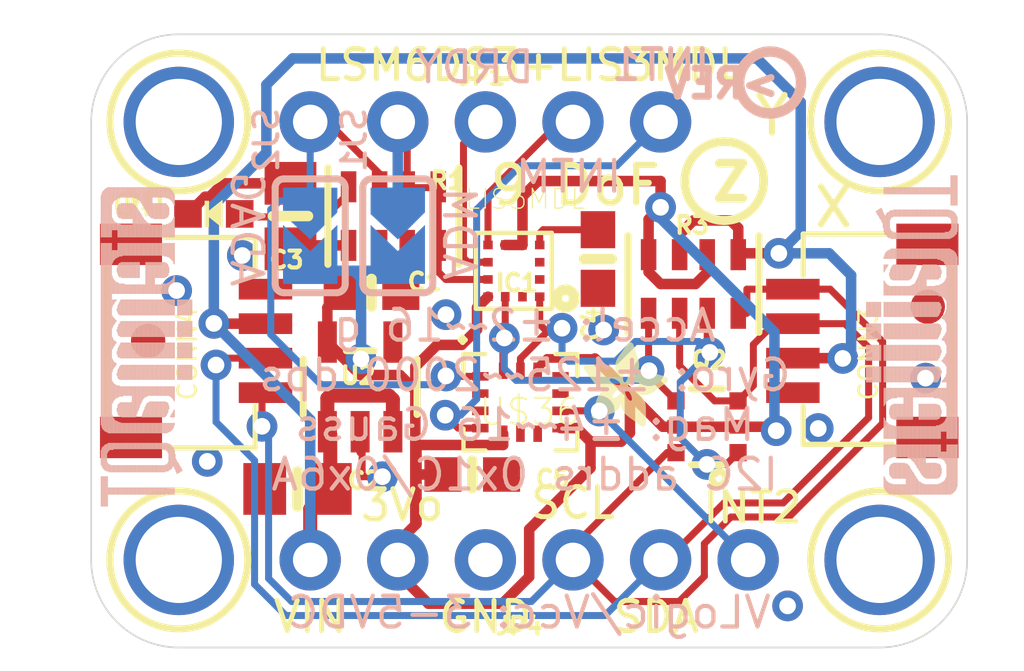
<source format=kicad_pcb>
(kicad_pcb (version 20211014) (generator pcbnew)
  (layers (0 "F.Cu" signal) (31 "B.Cu" signal) (34 "B.Paste" user) (35 "F.Paste" user) (36 "B.SilkS" user "B.Silkscreen") (37 "F.SilkS" user "F.Silkscreen") (38 "B.Mask" user) (39 "F.Mask" user) (44 "Edge.Cuts" user))
  (net 0 "")
  (net 1 "GND")
  (net 2 "3.3V")
  (net 3 "VCC")
  (net 4 "N$1")
  (net 5 "SDA_3V")
  (net 6 "SCL_3V")
  (net 7 "SCL")
  (net 8 "SDA")
  (net 9 "INTM")
  (net 10 "DRDY")
  (net 11 "CAP")
  (net 12 "INT1")
  (net 13 "ADM")
  (net 14 "ADAG")
  (net 15 "INT2")
  (footprint "LIS3MDL + LSM6DS3 rev A:0603-NO" (layer "F.Cu") (at 150.495 102.6287 -90)
    (fp_text reference "C4" (at 1.3335 0.1905 90) (layer "F.SilkS") (effects (font (size 0.489631 0.489631) (thickness 0.119969)) (justify right)))
    (fp_text value "0.1uF")
    (pad "1" smd rect (at -0.85 0 270) (size 1.075 1) (layers "F.Cu" "F.Paste" "F.Mask") (net 11 "CAP"))
    (pad "2" smd rect (at 0.85 0 270) (size 1.075 1) (layers "F.Cu" "F.Paste" "F.Mask") (net 1 "GND"))
  )
  (footprint "LIS3MDL + LSM6DS3 rev A:1X05_ROUND_70" (layer "F.Cu") (at 147.2311 98.6536)
    (fp_text reference "JP1" (at -0.8382 -1.3208) (layer "F.SilkS") (effects (font (size 0.489631 0.489631) (thickness 0.119969)) (justify left)))
    (fp_text value "")
    (pad "1" thru_hole circle (at -5.08 0 90) (size 1.778 1.778) (drill 1) (layers *.Cu *.Mask) (net 14 "ADAG"))
    (pad "2" thru_hole circle (at -2.54 0 90) (size 1.778 1.778) (drill 1) (layers *.Cu *.Mask) (net 13 "ADM"))
    (pad "3" thru_hole circle (at 0 0 90) (size 1.778 1.778) (drill 1) (layers *.Cu *.Mask) (net 10 "DRDY"))
    (pad "4" thru_hole circle (at 2.54 0 90) (size 1.778 1.778) (drill 1) (layers *.Cu *.Mask) (net 9 "INTM"))
    (pad "5" thru_hole circle (at 5.08 0 90) (size 1.778 1.778) (drill 1) (layers *.Cu *.Mask) (net 12 "INT1"))
  )
  (footprint "LIS3MDL + LSM6DS3 rev A:ADAFRUIT_2.5MM" (layer "F.Cu") (at 150.0886 107.4801)
    (fp_text reference "U$20" hide)
    (fp_text value "" hide)
  )
  (footprint "LIS3MDL + LSM6DS3 rev A:SOT23-5" (layer "F.Cu") (at 143.5989 106.3371)
    (fp_text reference "U2" (at 0.5112 -0.3302) (layer "F.SilkS") (effects (font (size 0.489631 0.489631) (thickness 0.119969)) (justify right)))
    (fp_text value "AP2112K-3.3")
    (pad "1" smd rect (at -0.95 1.3001) (size 0.55 1.2) (layers "F.Cu" "F.Paste" "F.Mask") (net 3 "VCC"))
    (pad "2" smd rect (at 0 1.3001) (size 0.55 1.2) (layers "F.Cu" "F.Paste" "F.Mask") (net 1 "GND"))
    (pad "3" smd rect (at 0.95 1.3001) (size 0.55 1.2) (layers "F.Cu" "F.Paste" "F.Mask") (net 3 "VCC"))
    (pad "4" smd rect (at 0.95 -1.3001) (size 0.55 1.2) (layers "F.Cu" "F.Paste" "F.Mask"))
    (pad "5" smd rect (at -0.95 -1.3001) (size 0.55 1.2) (layers "F.Cu" "F.Paste" "F.Mask") (net 2 "3.3V"))
  )
  (footprint "LIS3MDL + LSM6DS3 rev A:MOUNTINGHOLE_2.5_PLATED" (layer "F.Cu") (at 138.3411 111.3536)
    (fp_text reference "U$19" hide)
    (fp_text value "MOUNTINGHOLE2.5" hide)
    (pad "P$1" thru_hole circle (at 0 0) (size 3.2 3.2) (drill 2.5) (layers *.Cu *.Mask))
  )
  (footprint "LIS3MDL + LSM6DS3 rev A:RESPACK_4X0603" (layer "F.Cu") (at 153.2636 103.3526 180)
    (fp_text reference "R3" (at -0.5205 1.702) (layer "F.SilkS") (effects (font (size 0.489631 0.489631) (thickness 0.119969)) (justify right)))
    (fp_text value "10K")
    (pad "1" smd rect (at -1.3 0.85 180) (size 0.45 0.9) (layers "F.Cu" "F.Paste" "F.Mask") (net 3 "VCC"))
    (pad "2" smd rect (at -0.4 0.85 180) (size 0.45 0.9) (layers "F.Cu" "F.Paste" "F.Mask") (net 2 "3.3V"))
    (pad "3" smd rect (at 0.4 0.85 180) (size 0.45 0.9) (layers "F.Cu" "F.Paste" "F.Mask") (net 3 "VCC"))
    (pad "4" smd rect (at 1.3 0.85 180) (size 0.45 0.9) (layers "F.Cu" "F.Paste" "F.Mask") (net 2 "3.3V"))
    (pad "5" smd rect (at 1.3 -0.85 180) (size 0.45 0.9) (layers "F.Cu" "F.Paste" "F.Mask") (net 5 "SDA_3V"))
    (pad "6" smd rect (at 0.4 -0.85 180) (size 0.45 0.9) (layers "F.Cu" "F.Paste" "F.Mask") (net 8 "SDA"))
    (pad "7" smd rect (at -0.4 -0.85 180) (size 0.45 0.9) (layers "F.Cu" "F.Paste" "F.Mask") (net 6 "SCL_3V"))
    (pad "8" smd rect (at -1.3 -0.85 180) (size 0.45 0.9) (layers "F.Cu" "F.Paste" "F.Mask") (net 7 "SCL"))
  )
  (footprint "LIS3MDL + LSM6DS3 rev A:0603-NO" (layer "F.Cu") (at 146.8501 108.8771)
    (fp_text reference "C5" (at 1.778 0.127) (layer "F.SilkS") (effects (font (size 0.489631 0.489631) (thickness 0.119969)) (justify left)))
    (fp_text value "1uF")
    (pad "1" smd rect (at -0.85 0) (size 1.075 1) (layers "F.Cu" "F.Paste" "F.Mask") (net 2 "3.3V"))
    (pad "2" smd rect (at 0.85 0) (size 1.075 1) (layers "F.Cu" "F.Paste" "F.Mask") (net 1 "GND"))
  )
  (footprint "LIS3MDL + LSM6DS3 rev A:FIDUCIAL_1MM" (layer "F.Cu") (at 160.0581 104.013)
    (fp_text reference "FID4" hide)
    (fp_text value "FIDUCIAL_1MM" hide)
    (pad "1" smd roundrect (at 0 0) (size 1 1) (layers "F.Cu" "F.Mask") (roundrect_rratio 0.5))
  )
  (footprint "LIS3MDL + LSM6DS3 rev A:0805-NO" (layer "F.Cu") (at 141.5796 101.3841 90)
    (fp_text reference "C3" (at -1.27 0.4445) (layer "F.SilkS") (effects (font (size 0.489631 0.489631) (thickness 0.119969)) (justify right)))
    (fp_text value "10uF")
    (pad "1" smd rect (at -0.95 0 90) (size 1.24 1.5) (layers "F.Cu" "F.Paste" "F.Mask") (net 2 "3.3V"))
    (pad "2" smd rect (at 0.95 0 90) (size 1.24 1.5) (layers "F.Cu" "F.Paste" "F.Mask") (net 1 "GND"))
  )
  (footprint "LIS3MDL + LSM6DS3 rev A:LGA-14L" (layer "F.Cu") (at 148.2471 106.7816)
    (fp_text reference "U$36" (at -1.238 0.278) (layer "F.SilkS") (effects (font (size 0.752978 0.752978) (thickness 0.059822)) (justify left)))
    (fp_text value "LSM6DS3")
    (fp_text user "." (at -2.159 -1.524) (layer "F.SilkS") (effects (font (size 1.63576 1.63576) (thickness 0.14224)) (justify left bottom)))
    (pad "1" smd rect (at -1.1625 -0.75) (size 0.475 0.25) (layers "F.Cu" "F.Paste" "F.Mask") (net 14 "ADAG"))
    (pad "2" smd rect (at -1.1625 -0.25) (size 0.475 0.25) (layers "F.Cu" "F.Paste" "F.Mask"))
    (pad "3" smd rect (at -1.1625 0.25) (size 0.475 0.25) (layers "F.Cu" "F.Paste" "F.Mask"))
    (pad "4" smd rect (at -1.1625 0.75) (size 0.475 0.25) (layers "F.Cu" "F.Paste" "F.Mask") (net 12 "INT1"))
    (pad "5" smd rect (at -0.5 0.9125 90) (size 0.475 0.25) (layers "F.Cu" "F.Paste" "F.Mask") (net 2 "3.3V"))
    (pad "6" smd rect (at 0 0.9125 90) (size 0.475 0.25) (layers "F.Cu" "F.Paste" "F.Mask") (net 1 "GND"))
    (pad "7" smd rect (at 0.5 0.9125 90) (size 0.475 0.25) (layers "F.Cu" "F.Paste" "F.Mask") (net 1 "GND"))
    (pad "8" smd rect (at 1.1625 0.75 180) (size 0.475 0.25) (layers "F.Cu" "F.Paste" "F.Mask") (net 2 "3.3V"))
    (pad "9" smd rect (at 1.1625 0.25 180) (size 0.475 0.25) (layers "F.Cu" "F.Paste" "F.Mask") (net 15 "INT2"))
    (pad "10" smd rect (at 1.1625 -0.25 180) (size 0.475 0.25) (layers "F.Cu" "F.Paste" "F.Mask"))
    (pad "11" smd rect (at 1.1625 -0.75 180) (size 0.475 0.25) (layers "F.Cu" "F.Paste" "F.Mask"))
    (pad "12" smd rect (at 0.5 -0.9125 270) (size 0.475 0.25) (layers "F.Cu" "F.Paste" "F.Mask") (net 2 "3.3V"))
    (pad "13" smd rect (at 0 -0.9125 270) (size 0.475 0.25) (layers "F.Cu" "F.Paste" "F.Mask") (net 6 "SCL_3V"))
    (pad "14" smd rect (at -0.5 -0.9125 270) (size 0.475 0.25) (layers "F.Cu" "F.Paste" "F.Mask") (net 5 "SDA_3V"))
  )
  (footprint "LIS3MDL + LSM6DS3 rev A:MOUNTINGHOLE_2.5_PLATED" (layer "F.Cu") (at 138.3411 98.6536)
    (fp_text reference "U$1" hide)
    (fp_text value "MOUNTINGHOLE2.5" hide)
    (pad "P$1" thru_hole circle (at 0 0) (size 3.2 3.2) (drill 2.5) (layers *.Cu *.Mask))
  )
  (footprint "LIS3MDL + LSM6DS3 rev A:FIDUCIAL_1MM" (layer "F.Cu") (at 137.4521 105.0036)
    (fp_text reference "FID3" hide)
    (fp_text value "FIDUCIAL_1MM" hide)
    (pad "1" smd roundrect (at 0 0) (size 1 1) (layers "F.Cu" "F.Mask") (roundrect_rratio 0.5))
  )
  (footprint "LIS3MDL + LSM6DS3 rev A:SOT363" (layer "F.Cu") (at 153.6573 107.4928 90)
    (fp_text reference "Q2" (at 1.9304 0.635) (layer "F.SilkS") (effects (font (size 0.489631 0.489631) (thickness 0.119969)) (justify right)))
    (fp_text value "BSS138")
    (pad "1" smd rect (at -0.75 0.9 90) (size 0.5 0.5) (layers "F.Cu" "F.Paste" "F.Mask") (net 6 "SCL_3V"))
    (pad "2" smd rect (at 0 0.9 90) (size 0.4 0.5) (layers "F.Cu" "F.Paste" "F.Mask") (net 2 "3.3V"))
    (pad "3" smd rect (at 0.75 0.9 90) (size 0.5 0.5) (layers "F.Cu" "F.Paste" "F.Mask") (net 8 "SDA"))
    (pad "4" smd rect (at 0.75 -0.9 90) (size 0.5 0.5) (layers "F.Cu" "F.Paste" "F.Mask") (net 5 "SDA_3V"))
    (pad "5" smd rect (at 0 -0.9 90) (size 0.4 0.5) (layers "F.Cu" "F.Paste" "F.Mask") (net 2 "3.3V"))
    (pad "6" smd rect (at -0.75 -0.9 90) (size 0.5 0.5) (layers "F.Cu" "F.Paste" "F.Mask") (net 7 "SCL"))
  )
  (footprint "LIS3MDL + LSM6DS3 rev A:LGA12_2X2MM" (layer "F.Cu") (at 148.0566 102.9716 180)
    (fp_text reference "IC1" (at 0.592 -0.351) (layer "F.SilkS") (effects (font (size 0.489631 0.489631) (thickness 0.119969)) (justify left)))
    (fp_text value "LIS3MDL" (at -2.116 2.081) (layer "F.SilkS") (effects (font (size 0.573024 0.573024) (thickness 0.036576)) (justify right)))
    (pad "1" smd rect (at -0.75 -0.75 180) (size 0.275 0.25) (layers "F.Cu" "F.Paste" "F.Mask") (net 6 "SCL_3V"))
    (pad "2" smd rect (at -0.75 -0.25 180) (size 0.275 0.25) (layers "F.Cu" "F.Paste" "F.Mask") (net 1 "GND"))
    (pad "3" smd rect (at -0.75 0.25 180) (size 0.275 0.25) (layers "F.Cu" "F.Paste" "F.Mask") (net 1 "GND"))
    (pad "4" smd rect (at -0.75 0.75 180) (size 0.275 0.25) (layers "F.Cu" "F.Paste" "F.Mask") (net 11 "CAP"))
    (pad "5" smd rect (at -0.25 0.75 270) (size 0.275 0.25) (layers "F.Cu" "F.Paste" "F.Mask") (net 2 "3.3V"))
    (pad "6" smd rect (at 0.25 0.75 270) (size 0.275 0.25) (layers "F.Cu" "F.Paste" "F.Mask") (net 2 "3.3V"))
    (pad "7" smd rect (at 0.75 0.75) (size 0.275 0.25) (layers "F.Cu" "F.Paste" "F.Mask") (net 9 "INTM"))
    (pad "8" smd rect (at 0.75 0.25) (size 0.275 0.25) (layers "F.Cu" "F.Paste" "F.Mask") (net 10 "DRDY"))
    (pad "9" smd rect (at 0.75 -0.25) (size 0.275 0.25) (layers "F.Cu" "F.Paste" "F.Mask") (net 13 "ADM"))
    (pad "10" smd rect (at 0.75 -0.75) (size 0.275 0.25) (layers "F.Cu" "F.Paste" "F.Mask") (net 2 "3.3V"))
    (pad "11" smd rect (at 0.25 -0.75 90) (size 0.275 0.25) (layers "F.Cu" "F.Paste" "F.Mask") (net 5 "SDA_3V"))
    (pad "12" smd rect (at -0.25 -0.75 90) (size 0.275 0.25) (layers "F.Cu" "F.Paste" "F.Mask") (net 1 "GND"))
  )
  (footprint "LIS3MDL + LSM6DS3 rev A:CHIPLED_0603_NOOUTLINE" (layer "F.Cu") (at 139.3571 101.3206 90)
    (fp_text reference "D1" (at 0.381 -1.5875) (layer "F.SilkS") (effects (font (size 0.489631 0.489631) (thickness 0.119969)) (justify right)))
    (fp_text value "GREEN")
    (pad "A" smd rect (at 0 0.75 90) (size 0.8 0.8) (layers "F.Cu" "F.Paste" "F.Mask") (net 4 "N$1"))
    (pad "C" smd rect (at 0 -0.75 90) (size 0.8 0.8) (layers "F.Cu" "F.Paste" "F.Mask") (net 1 "GND"))
  )
  (footprint "LIS3MDL + LSM6DS3 rev A:0805-NO" (layer "F.Cu") (at 141.7828 109.2962 180)
    (fp_text reference "C2" (at -2.5019 0.2413) (layer "F.SilkS") (effects (font (size 0.489631 0.489631) (thickness 0.119969)) (justify right)))
    (fp_text value "10uF")
    (pad "1" smd rect (at -0.95 0 180) (size 1.24 1.5) (layers "F.Cu" "F.Paste" "F.Mask") (net 3 "VCC"))
    (pad "2" smd rect (at 0.95 0 180) (size 1.24 1.5) (layers "F.Cu" "F.Paste" "F.Mask") (net 1 "GND"))
  )
  (footprint "LIS3MDL + LSM6DS3 rev A:JST_SH4" (layer "F.Cu") (at 158.6611 105.0036 90)
    (fp_text reference "CONN3" (at 1.044 -0.323 90) (layer "F.SilkS") (effects (font (size 0.534822 0.534822) (thickness 0.074778)) (justify right)))
    (fp_text value "STEMMA_I2C_QT" hide)
    (pad "1" smd rect (at -1.5 -2.514 180) (size 1.55 0.6) (layers "F.Cu" "F.Paste" "F.Mask") (net 1 "GND"))
    (pad "2" smd rect (at -0.5 -2.514 180) (size 1.55 0.6) (layers "F.Cu" "F.Paste" "F.Mask") (net 3 "VCC"))
    (pad "3" smd rect (at 0.5 -2.514 180) (size 1.55 0.6) (layers "F.Cu" "F.Paste" "F.Mask") (net 8 "SDA"))
    (pad "4" smd rect (at 1.5 -2.514 180) (size 1.55 0.6) (layers "F.Cu" "F.Paste" "F.Mask") (net 7 "SCL"))
    (pad "MT1" smd rect (at -2.8 1.386 180) (size 1.8 1.2) (layers "F.Cu" "F.Paste" "F.Mask") (net 1 "GND"))
    (pad "MT2" smd rect (at 2.8 1.386 180) (size 1.8 1.2) (layers "F.Cu" "F.Paste" "F.Mask") (net 1 "GND"))
  )
  (footprint "LIS3MDL + LSM6DS3 rev A:MOUNTINGHOLE_2.5_PLATED" (layer "F.Cu") (at 158.6611 111.3536)
    (fp_text reference "U$21" hide)
    (fp_text value "MOUNTINGHOLE2.5" hide)
    (pad "P$1" thru_hole circle (at 0 0) (size 3.2 3.2) (drill 2.5) (layers *.Cu *.Mask))
  )
  (footprint "LIS3MDL + LSM6DS3 rev A:JST_SH4" (layer "F.Cu") (at 138.3411 105.0036 -90)
    (fp_text reference "CONN4" (at -1.044 -0.2485 90) (layer "F.SilkS") (effects (font (size 0.534822 0.534822) (thickness 0.074778)) (justify right)))
    (fp_text value "STEMMA_I2C_QT" hide)
    (pad "1" smd rect (at -1.5 -2.514) (size 1.55 0.6) (layers "F.Cu" "F.Paste" "F.Mask") (net 1 "GND"))
    (pad "2" smd rect (at -0.5 -2.514) (size 1.55 0.6) (layers "F.Cu" "F.Paste" "F.Mask") (net 3 "VCC"))
    (pad "3" smd rect (at 0.5 -2.514) (size 1.55 0.6) (layers "F.Cu" "F.Paste" "F.Mask") (net 8 "SDA"))
    (pad "4" smd rect (at 1.5 -2.514) (size 1.55 0.6) (layers "F.Cu" "F.Paste" "F.Mask") (net 7 "SCL"))
    (pad "MT1" smd rect (at -2.8 1.386) (size 1.8 1.2) (layers "F.Cu" "F.Paste" "F.Mask") (net 1 "GND"))
    (pad "MT2" smd rect (at 2.8 1.386) (size 1.8 1.2) (layers "F.Cu" "F.Paste" "F.Mask") (net 1 "GND"))
  )
  (footprint "LIS3MDL + LSM6DS3 rev A:0603-NO" (layer "F.Cu") (at 143.9291 103.6066)
    (fp_text reference "C1" (at 2.0955 -0.3175) (layer "F.SilkS") (effects (font (size 0.489631 0.489631) (thickness 0.119969)) (justify right)))
    (fp_text value "0.1uF")
    (pad "1" smd rect (at -0.85 0) (size 1.075 1) (layers "F.Cu" "F.Paste" "F.Mask") (net 2 "3.3V"))
    (pad "2" smd rect (at 0.85 0) (size 1.075 1) (layers "F.Cu" "F.Paste" "F.Mask") (net 1 "GND"))
  )
  (footprint "LIS3MDL + LSM6DS3 rev A:1X06_ROUND_70" (layer "F.Cu") (at 148.5011 111.3536)
    (fp_text reference "JP4" (at -1.0287 1.9177) (layer "F.SilkS") (effects (font (size 0.489631 0.489631) (thickness 0.119969)) (justify left)))
    (fp_text value "")
    (pad "1" thru_hole circle (at -6.35 0 90) (size 1.778 1.778) (drill 1) (layers *.Cu *.Mask) (net 3 "VCC"))
    (pad "2" thru_hole circle (at -3.81 0 90) (size 1.778 1.778) (drill 1) (layers *.Cu *.Mask) (net 2 "3.3V"))
    (pad "3" thru_hole circle (at -1.27 0 90) (size 1.778 1.778) (drill 1) (layers *.Cu *.Mask) (net 1 "GND"))
    (pad "4" thru_hole circle (at 1.27 0 90) (size 1.778 1.778) (drill 1) (layers *.Cu *.Mask) (net 7 "SCL"))
    (pad "5" thru_hole circle (at 3.81 0 90) (size 1.778 1.778) (drill 1) (layers *.Cu *.Mask) (net 8 "SDA"))
    (pad "6" thru_hole circle (at 6.35 0 90) (size 1.778 1.778) (drill 1) (layers *.Cu *.Mask) (net 15 "INT2"))
  )
  (footprint "LIS3MDL + LSM6DS3 rev A:MOUNTINGHOLE_2.5_PLATED" (layer "F.Cu") (at 158.6611 98.6536)
    (fp_text reference "U$17" hide)
    (fp_text value "MOUNTINGHOLE2.5" hide)
    (pad "P$1" thru_hole circle (at 0 0) (size 3.2 3.2) (drill 2.5) (layers *.Cu *.Mask))
  )
  (footprint "LIS3MDL + LSM6DS3 rev A:RESPACK_4X0603" (layer "F.Cu") (at 144.5641 101.3841)
    (fp_text reference "R1" (at 1.0035 -1.0285) (layer "F.SilkS") (effects (font (size 0.489631 0.489631) (thickness 0.119969)) (justify left)))
    (fp_text value "10K")
    (pad "1" smd rect (at -1.3 0.85) (size 0.45 0.9) (layers "F.Cu" "F.Paste" "F.Mask") (net 2 "3.3V"))
    (pad "2" smd rect (at -0.4 0.85) (size 0.45 0.9) (layers "F.Cu" "F.Paste" "F.Mask") (net 1 "GND"))
    (pad "3" smd rect (at 0.4 0.85) (size 0.45 0.9) (layers "F.Cu" "F.Paste" "F.Mask") (net 1 "GND"))
    (pad "4" smd rect (at 1.3 0.85) (size 0.45 0.9) (layers "F.Cu" "F.Paste" "F.Mask") (net 13 "ADM"))
    (pad "5" smd rect (at 1.3 -0.85) (size 0.45 0.9) (layers "F.Cu" "F.Paste" "F.Mask") (net 13 "ADM"))
    (pad "6" smd rect (at 0.4 -0.85) (size 0.45 0.9) (layers "F.Cu" "F.Paste" "F.Mask") (net 13 "ADM"))
    (pad "7" smd rect (at -0.4 -0.85) (size 0.45 0.9) (layers "F.Cu" "F.Paste" "F.Mask") (net 14 "ADAG"))
    (pad "8" smd rect (at -1.3 -0.85) (size 0.45 0.9) (layers "F.Cu" "F.Paste" "F.Mask") (net 4 "N$1"))
  )
  (footprint "LIS3MDL + LSM6DS3 rev A:SOLDERJUMPER_ARROW_NOPASTE" (layer "B.Cu") (at 144.6911 101.9556 -90)
    (fp_text reference "SJ1" (at -1.778 1.27 -270) (layer "B.SilkS") (effects (font (size 0.692831 0.692831) (thickness 0.119969)) (justify right mirror)))
    (fp_text value "")
    (fp_poly (pts (xy 1.3946 -0.7882) (xy -0.315893 -0.7882) (xy 0.443148 0) (xy -0.315893 0.7882) (xy 1.3946 0.7882)) (layer "B.Cu") (width 0) (fill solid))
    (fp_poly (pts (xy 0.106121 -0.002663) (xy -0.679416 -0.7882) (xy -1.3946 -0.7882) (xy -1.3946 0.7882) (xy -0.62715 0.7882)) (layer "B.Cu") (width 0) (fill solid))
    (pad "1" smd roundrect (at -1.016 0 270) (size 0.762 1.524) (layers "B.Cu") (net 13 "ADM"))
    (pad "2" smd roundrect (at 1.016 0 270) (size 0.762 1.524) (layers "B.Cu") (net 2 "3.3V"))
  )
  (footprint "LIS3MDL + LSM6DS3 rev A:STEMMAQT" (layer "B.Cu") (at 158.2801 109.4486 90)
    (fp_text reference "U$30" hide)
    (fp_text value "" hide)
  )
  (footprint "LIS3MDL + LSM6DS3 rev A:STEMMAQT" (layer "B.Cu") (at 138.7221 100.5586 -90)
    (fp_text reference "U$31" hide)
    (fp_text value "" hide)
  )
  (footprint "LIS3MDL + LSM6DS3 rev A:SOLDERJUMPER_ARROW_NOPASTE" (layer "B.Cu") (at 142.1511 101.9556 -90)
    (fp_text reference "SJ2" (at -1.778 1.27 -270) (layer "B.SilkS") (effects (font (size 0.692831 0.692831) (thickness 0.119969)) (justify right mirror)))
    (fp_text value "")
    (fp_poly (pts (xy 0.106121 -0.002663) (xy -0.679416 -0.7882) (xy -1.3946 -0.7882) (xy -1.3946 0.7882) (xy -0.62715 0.7882)) (layer "B.Cu") (width 0) (fill solid))
    (fp_poly (pts (xy 1.3946 -0.7882) (xy -0.315893 -0.7882) (xy 0.443148 0) (xy -0.315893 0.7882) (xy 1.3946 0.7882)) (layer "B.Cu") (width 0) (fill solid))
    (pad "1" smd roundrect (at -1.016 0 270) (size 0.762 1.524) (layers "B.Cu") (net 14 "ADAG"))
    (pad "2" smd roundrect (at 1.016 0 270) (size 0.762 1.524) (layers "B.Cu") (net 2 "3.3V"))
  )
  (footprint "LIS3MDL + LSM6DS3 rev A:PCBFEAT-REV-040" (layer "B.Cu") (at 155.4861 97.5106 180)
    (fp_text reference "U$25" hide)
    (fp_text value "" hide)
    (fp_text user ">REV" (at -0.3556 -0.508) (layer "B.SilkS") (effects (font (size 0.8128 0.8128) (thickness 0.2032)) (justify left bottom mirror)))
  )
  (gr_arc (start 154.1566 99.2261) (mid 154.970688 99.555014) (end 155.2996 100.369102) (layer "F.SilkS") (width 0.254))
  (gr_arc (start 153.0136 100.3691) (mid 153.348377 99.560877) (end 154.1566 99.2261) (layer "F.SilkS") (width 0.254))
  (gr_arc (start 154.1566 101.5121) (mid 153.348377 101.177323) (end 153.0136 100.3691) (layer "F.SilkS") (width 0.254))
  (gr_arc (start 155.2996 100.3691) (mid 154.964823 101.177323) (end 154.1566 101.5121) (layer "F.SilkS") (width 0.254))
  (gr_line (start 158.6611 96.1136) (end 138.3411 96.1136) (layer "Edge.Cuts") (width 0.05))
  (gr_line (start 161.2011 111.3536) (end 161.2011 98.6536) (layer "Edge.Cuts") (width 0.05))
  (gr_line (start 135.8011 98.6536) (end 135.8011 111.3536) (layer "Edge.Cuts") (width 0.05))
  (gr_line (start 138.3411 113.8936) (end 158.6611 113.8936) (layer "Edge.Cuts") (width 0.05))
  (gr_arc (start 135.8011 98.6536) (mid 136.545049 96.857549) (end 138.3411 96.1136) (layer "Edge.Cuts") (width 0.05))
  (gr_arc (start 161.2011 111.3536) (mid 160.457151 113.149651) (end 158.6611 113.8936) (layer "Edge.Cuts") (width 0.05))
  (gr_arc (start 138.3411 113.8936) (mid 136.545049 113.149651) (end 135.8011 111.3536) (layer "Edge.Cuts") (width 0.05))
  (gr_arc (start 158.6611 96.1136) (mid 160.457151 96.857549) (end 161.2011 98.6536) (layer "Edge.Cuts") (width 0.05))
  (gr_text "INTM" (at 149.6441 100.2411) (layer "B.SilkS") (effects (font (size 0.89408 0.89408) (thickness 0.12192)) (justify mirror)))
  (gr_text "INT1" (at 152.3111 97.0026) (layer "B.SilkS") (effects (font (size 0.87376 0.87376) (thickness 0.14224)) (justify mirror)))
  (gr_text "VLogic/Vcc: 3-5VDC" (at 148.5011 112.8776) (layer "B.SilkS") (effects (font (size 0.89408 0.89408) (thickness 0.12192)) (justify mirror)))
  (gr_text "ADAG" (at 140.3096 101.7651 -90) (layer "B.SilkS") (effects (font (size 0.89408 0.89408) (thickness 0.12192)) (justify mirror)))
  (gr_text "DRDY" (at 146.9136 97.0661) (layer "B.SilkS") (effects (font (size 0.89408 0.89408) (thickness 0.12192)) (justify mirror)))
  (gr_text "Accel: ±2~~16 g\nGyro: ±125~~2000 dps\nMag: ±4~~16 Gauss\nI2C addrs 0x1C/0x6A" (at 148.3741 106.7181) (layer "B.SilkS") (effects (font (size 0.89408 0.89408) (thickness 0.12192)) (justify mirror)))
  (gr_text "ADM" (at 146.4691 101.8921 -90) (layer "B.SilkS") (effects (font (size 0.89408 0.89408) (thickness 0.12192)) (justify mirror)))
  (gr_text "Y" (at 156.1251 97.8291) (layer "F.SilkS") (effects (font (size 1.0922 1.0922) (thickness 0.1778)) (justify right top)))
  (gr_text "SDA" (at 152.1841 113.0046) (layer "F.SilkS") (effects (font (size 0.87376 0.87376) (thickness 0.14224))))
  (gr_text "SCL" (at 149.7711 109.7026) (layer "F.SilkS") (effects (font (size 0.87376 0.87376) (thickness 0.14224))))
  (gr_text "Z" (at 153.7041 101.0021) (layer "F.SilkS") (effects (font (size 1.016 1.016) (thickness 0.254)) (justify left bottom)))
  (gr_text "INT2" (at 154.9781 109.8296) (layer "F.SilkS") (effects (font (size 0.87376 0.87376) (thickness 0.14224))))
  (gr_text "LSM6DS3+LIS3MDL" (at 148.5011 97.0026) (layer "F.SilkS") (effects (font (size 0.87376 0.87376) (thickness 0.14224))))
  (gr_text "GND" (at 147.2311 113.0046) (layer "F.SilkS") (effects (font (size 0.87376 0.87376) (thickness 0.14224))))
  (gr_text "9 DoF" (at 149.8346 100.4951) (layer "F.SilkS") (effects (font (size 1.0922 1.0922) (thickness 0.1778))))
  (gr_text "on" (at 136.3091 101.4476) (layer "F.SilkS") (effects (font (size 0.89408 0.89408) (thickness 0.12192)) (justify left bottom)))
  (gr_text "3Vo" (at 144.8181 109.7661) (layer "F.SilkS") (effects (font (size 0.87376 0.87376) (thickness 0.14224))))
  (gr_text "VIN" (at 142.1511 113.0046) (layer "F.SilkS") (effects (font (size 0.87376 0.87376) (thickness 0.14224))))
  (gr_text "X" (at 156.6886 101.7641) (layer "F.SilkS") (effects (font (size 1.0922 1.0922) (thickness 0.1778)) (justify left bottom)))
  (segment (start 144.9641 103.6066) (end 144.7791 103.6066) (width 0.2032) (layer "F.Cu") (net 1))
  (segment (start 139.627181 100.4341) (end 141.5796 100.4341) (width 0.3048) (layer "F.Cu") (net 1))
  (segment (start 143.6576 108.2414) (end 143.6576 108.9406) (width 0.2032) (layer "F.Cu") (net 1))
  (segment (start 143.5989 107.6372) (end 143.5989 108.2414) (width 0.2032) (layer "F.Cu") (net 1))
  (segment (start 144.9641 102.2341) (end 144.9641 103.6066) (width 0.2032) (layer "F.Cu") (net 1))
  (segment (start 138.6071 101.3206) (end 139.1057 100.822) (width 0.3048) (layer "F.Cu") (net 1))
  (segment (start 139.239281 100.822) (end 139.627181 100.4341) (width 0.3048) (layer "F.Cu") (net 1))
  (segment (start 143.5989 108.2414) (end 143.6576 108.2414) (width 0.2032) (layer "F.Cu") (net 1))
  (segment (start 143.6576 108.9406) (end 144.2466 108.9406) (width 0.2032) (layer "F.Cu") (net 1))
  (segment (start 139.1057 100.822) (end 139.239281 100.822) (width 0.3048) (layer "F.Cu") (net 1))
  (via (at 144.2466 108.9406) (size 0.889) (drill 0.4826) (layers "F.Cu" "B.Cu") (net 1))
  (via (at 146.0881 104.2416) (size 0.889) (drill 0.4826) (layers "F.Cu" "B.Cu") (net 1))
  (via (at 140.1826 102.5271) (size 0.889) (drill 0.4826) (layers "F.Cu" "B.Cu") (net 1))
  (via (at 156.8831 107.5436) (size 0.889) (drill 0.4826) (layers "F.Cu" "B.Cu") (net 1))
  (via (at 159.9946 106.0831) (size 0.889) (drill 0.4826) (layers "F.Cu" "B.Cu") (net 1))
  (via (at 155.9941 112.6871) (size 0.889) (drill 0.4826) (layers "F.Cu" "B.Cu") (net 1))
  (via (at 150.6601 104.6861) (size 0.889) (drill 0.4826) (layers "F.Cu" "B.Cu") (net 1))
  (via (at 138.2776 103.5431) (size 0.889) (drill 0.4826) (layers "F.Cu" "B.Cu") (net 1))
  (via (at 139.1666 108.4961) (size 0.889) (drill 0.4826) (layers "F.Cu" "B.Cu") (net 1))
  (segment (start 153.3271 103.3526) (end 153.6636 103.0161) (width 0.3048) (layer "F.Cu") (net 2))
  (segment (start 150.4061 105.5116) (end 151.4221 106.5276) (width 0.3048) (layer "F.Cu") (net 2))
  (segment (start 145.8334 105.1186) (end 145.1991 105.7529) (width 0.3048) (layer "F.Cu") (net 2))
  (segment (start 153.6636 103.0161) (end 153.6636 102.5026) (width 0.3048) (layer "F.Cu") (net 2))
  (segment (start 142.7226 102.2341) (end 141.4796 102.2341) (width 0.3048) (layer "F.Cu") (net 2))
  (segment (start 142.6489 104.0368) (end 143.0791 103.6066) (width 0.3048) (layer "F.Cu") (net 2))
  (segment (start 143.6262 105.9709) (end 143.6045 105.9926) (width 0.3048) (layer "F.Cu") (net 2))
  (segment (start 152.3111 101.1301) (end 152.3111 100.3681) (width 0.3048) (layer "F.Cu") (net 2))
  (segment (start 151.9636 101.4776) (end 151.9636 102.5026) (width 0.3048) (layer "F.Cu") (net 2))
  (segment (start 142.6489 105.037) (end 142.6489 104.0368) (width 0.3048) (layer "F.Cu") (net 2))
  (segment (start 149.4096 107.5316) (end 149.8861 107.5316) (width 0.3048) (layer "F.Cu") (net 2))
  (segment (start 151.626512 106.732013) (end 151.626512 106.7435) (width 0.3048) (layer "F.Cu") (net 2))
  (segment (start 145.1991 105.7529) (end 145.1991 106.4371) (width 0.3048) (layer "F.Cu") (net 2))
  (segment (start 148.5011 111.843732) (end 147.721231 112.6236) (width 0.3048) (layer "F.Cu") (net 2))
  (segment (start 152.3111 100.3681) (end 148.7551 100.3681) (width 0.3048) (layer "F.Cu") (net 2))
  (segment (start 155.5496 107.4928) (end 155.6639 107.6071) (width 0.3048) (layer "F.Cu") (net 2))
  (segment (start 145.234 110.3027) (end 145.234 108.8136) (width 0.3048) (layer "F.Cu") (net 2))
  (segment (start 152.3111 103.3526) (end 153.3271 103.3526) (width 0.3048) (layer "F.Cu") (net 2))
  (segment (start 146.5446 105.1186) (end 145.8334 105.1186) (width 0.3048) (layer "F.Cu") (net 2))
  (segment (start 145.234 108.8136) (end 145.234 108.0215) (width 0.3048) (layer "F.Cu") (net 2))
  (segment (start 145.2975 108.8771) (end 145.234 108.8136) (width 0.3048) (layer "F.Cu") (net 2))
  (segment (start 143.6045 105.9926) (end 144.7546 105.9926) (width 0.3048) (layer "F.Cu") (net 2))
  (segment (start 149.020681 105.5116) (end 150.4061 105.5116) (width 0.254) (layer "F.Cu") (net 2))
  (segment (start 143.6262 105.5243) (end 143.6262 105.9709) (width 0.3048) (layer "F.Cu") (net 2))
  (segment (start 147.7471 107.6941) (end 147.7471 108.0215) (width 0.3048) (layer "F.Cu") (net 2))
  (segment (start 151.9636 102.5026) (end 151.9636 103.0051) (width 0.3048) (layer "F.Cu") (net 2))
  (segment (start 146.0001 108.8771) (end 145.2975 108.8771) (width 0.3048) (layer "F.Cu") (net 2))
  (segment (start 144.7546 105.9926) (end 145.1991 106.4371) (width 0.3048) (layer "F.Cu") (net 2))
  (segment (start 152.3111 101.1301) (end 151.9636 101.4776) (width 0.3048) (layer "F.Cu") (net 2))
  (segment (start 146.9891 104.0391) (end 146.9891 104.6741) (width 0.3048) (layer "F.Cu") (net 2))
  (segment (start 145.234 108.0215) (end 147.7471 108.0215) (width 0.3048) (layer "F.Cu") (net 2))
  (segment (start 148.7471 105.785182) (end 149.020681 105.5116) (width 0.254) (layer "F.Cu") (net 2))
  (segment (start 151.626512 106.7435) (end 152.375812 107.4928) (width 0.3048) (layer "F.Cu") (net 2))
  (segment (start 151.1681 107.9246) (end 151.4221 107.6706) (width 0.3048) (layer "F.Cu") (net 2))
  (segment (start 150.2791 108.6866) (end 148.5011 110.4646) (width 0.3048) (layer "F.Cu") (net 2))
  (segment (start 148.7551 100.3681) (end 148.3066 100.8166) (width 0.3048) (layer "F.Cu") (net 2))
  (segment (start 142.7226 102.2341) (end 142.7226 103.2501) (width 0.3048) (layer "F.Cu") (net 2))
  (segment (start 148.7471 105.8691) (end 148.7471 105.785182) (width 0.254) (layer "F.Cu") (net 2))
  (segment (start 147.3066 103.7216) (end 146.9891 104.0391) (width 0.3048) (layer "F.Cu") (net 2))
  (segment (start 142.6489 105.037) (end 143.6045 105.9926) (width 0.3048) (layer "F.Cu") (net 2))
  (segment (start 146.9891 104.6741) (end 146.5446 105.1186) (width 0.3048) (layer "F.Cu") (net 2))
  (segment (start 144.6911 110.8456) (end 144.6911 111.3536) (width 0.3048) (layer "F.Cu") (net 2))
  (segment (start 151.4221 106.5276) (end 151.626512 106.732013) (width 0.3048) (layer "F.Cu") (net 2))
  (segment (start 145.1991 110.3376) (end 144.6911 110.8456) (width 0.3048) (layer "F.Cu") (net 2))
  (segment (start 152.7573 107.4928) (end 152.375812 107.4928) (width 0.3048) (layer "F.Cu") (net 2))
  (segment (start 151.1681 107.9246) (end 150.2791 107.9246) (width 0.3048) (layer "F.Cu") (net 2))
  (segment (start 148.3066 102.2216) (end 148.3066 100.8166) (width 0.3048) (layer "F.Cu") (net 2))
  (segment (start 148.3066 102.2216) (end 147.8066 102.2216) (width 0.3048) (layer "F.Cu") (net 2))
  (segment (start 142.7226 103.2501) (end 143.0791 103.6066) (width 0.3048) (layer "F.Cu") (net 2))
  (segment (start 152.7573 107.4928) (end 154.5573 107.4928) (width 0.3048) (layer "F.Cu") (net 2))
  (segment (start 149.8861 107.5316) (end 150.2791 107.9246) (width 0.3048) (layer "F.Cu") (net 2))
  (segment (start 145.5801 112.6236) (end 144.6911 111.7346) (width 0.3048) (layer "F.Cu") (net 2))
  (segment (start 143.2641 102.2341) (end 142.7226 102.2341) (width 0.3048) (layer "F.Cu") (net 2))
  (segment (start 141.5796 102.3341) (end 141.4796 102.2341) (width 0.3048) (layer "F.Cu") (net 2))
  (segment (start 154.5573 107.4928) (end 155.5496 107.4928) (width 0.3048) (layer "F.Cu") (net 2))
  (segment (start 151.4221 107.6706) (end 151.4221 106.5276) (width 0.3048) (layer "F.Cu") (net 2))
  (segment (start 145.1991 110.3376) (end 145.234 110.3027) (width 0.3048) (layer "F.Cu") (net 2))
  (segment (start 151.9636 103.0051) (end 152.3111 103.3526) (width 0.3048) (layer "F.Cu") (net 2))
  (segment (start 148.5011 110.4646) (end 148.5011 111.843732) (width 0.3048) (layer "F.Cu") (net 2))
  (segment (start 150.2791 107.9246) (end 150.2791 108.6866) (width 0.3048) (layer "F.Cu") (net 2))
  (segment (start 144.6911 111.7346) (end 144.6911 111.3536) (width 0.3048) (layer "F.Cu") (net 2))
  (segment (start 147.721231 112.6236) (end 145.5801 112.6236) (width 0.3048) (layer "F.Cu") (net 2))
  (segment (start 145.1991 106.4371) (end 145.1991 110.3376) (width 0.3048) (layer "F.Cu") (net 2))
  (via (at 152.3111 101.1301) (size 0.889) (drill 0.4826) (layers "F.Cu" "B.Cu") (net 2))
  (via (at 155.6639 107.6071) (size 0.889) (drill 0.4826) (layers "F.Cu" "B.Cu") (net 2))
  (via (at 143.6262 105.5243) (size 0.889) (drill 0.4826) (layers "F.Cu" "B.Cu") (net 2))
  (segment (start 155.6131 104.7496) (end 152.3111 101.4476) (width 0.3048) (layer "B.Cu") (net 2))
  (segment (start 142.1511 102.9716) (end 143.4211 102.9716) (width 0.3048) (layer "B.Cu") (net 2))
  (segment (start 155.6131 107.5563) (end 155.6131 104.7496) (width 0.3048) (layer "B.Cu") (net 2))
  (segment (start 155.6639 107.6071) (end 155.6131 107.5563) (width 0.3048) (layer "B.Cu") (net 2))
  (segment (start 143.6262 103.1767) (end 143.6262 105.5243) (width 0.3048) (layer "B.Cu") (net 2))
  (segment (start 143.4211 102.9716) (end 143.6262 103.1767) (width 0.3048) (layer "B.Cu") (net 2))
  (segment (start 143.4211 102.9716) (end 144.6911 102.9716) (width 0.3048) (layer "B.Cu") (net 2))
  (segment (start 152.3111 101.4476) (end 152.3111 101.1301) (width 0.3048) (layer "B.Cu") (net 2))
  (segment (start 140.8551 104.5036) (end 139.3651 104.5036) (width 0.3048) (layer "F.Cu") (net 3))
  (segment (start 152.8636 101.911104) (end 152.8636 102.5026) (width 0.3048) (layer "F.Cu") (net 3))
  (segment (start 142.1511 109.8779) (end 142.7328 109.2962) (width 0.4064) (layer "F.Cu") (net 3))
  (segment (start 139.3651 104.5036) (end 139.3571 104.4956) (width 0.3048) (layer "F.Cu") (net 3))
  (segment (start 142.7226 106.5911) (end 142.6489 106.6648) (width 0.4064) (layer "F.Cu") (net 3))
  (segment (start 144.5489 106.7029) (end 144.4371 106.5911) (width 0.4064) (layer "F.Cu") (net 3))
  (segment (start 153.2636 101.5111) (end 152.8636 101.911104) (width 0.3048) (layer "F.Cu") (net 3))
  (segment (start 154.6026 102.4636) (end 155.7401 102.4636) (width 0.3048) (layer "F.Cu") (net 3))
  (segment (start 142.1511 111.3536) (end 142.1511 109.8779) (width 0.4064) (layer "F.Cu") (net 3))
  (segment (start 142.6489 107.6372) (end 142.7328 107.7211) (width 0.4064) (layer "F.Cu") (net 3))
  (segment (start 154.5636 101.7316) (end 154.5636 102.5026) (width 0.3048) (layer "F.Cu") (net 3))
  (segment (start 156.1471 105.5036) (end 157.5863 105.5036) (width 0.3048) (layer "F.Cu") (net 3))
  (segment (start 153.2636 101.5111) (end 154.3431 101.5111) (width 0.3048) (layer "F.Cu") (net 3))
  (segment (start 144.5489 107.6372) (end 144.5489 106.7029) (width 0.4064) (layer "F.Cu") (net 3))
  (segment (start 142.7328 107.7211) (end 142.7328 109.2962) (width 0.4064) (layer "F.Cu") (net 3))
  (segment (start 154.3431 101.5111) (end 154.5636 101.7316) (width 0.3048) (layer "F.Cu") (net 3))
  (segment (start 154.5636 102.5026) (end 154.6026 102.4636) (width 0.3048) (layer "F.Cu") (net 3))
  (segment (start 144.4371 106.5911) (end 142.7226 106.5911) (width 0.4064) (layer "F.Cu") (net 3))
  (segment (start 157.5863 105.5036) (end 157.5943 105.5116) (width 0.3048) (layer "F.Cu") (net 3))
  (segment (start 142.6489 106.6648) (end 142.6489 107.6372) (width 0.4064) (layer "F.Cu") (net 3))
  (via (at 139.3571 104.4956) (size 0.889) (drill 0.4826) (layers "F.Cu" "B.Cu") (net 3))
  (via (at 155.7401 102.4636) (size 0.889) (drill 0.4826) (layers "F.Cu" "B.Cu") (net 3))
  (via (at 157.5943 105.5116) (size 0.889) (drill 0.4826) (layers "F.Cu" "B.Cu") (net 3))
  (segment (start 140.8811 99.5426) (end 139.3571 101.0666) (width 0.3048) (layer "B.Cu") (net 3))
  (segment (start 157.2006 102.4636) (end 157.8356 103.0986) (width 0.3048) (layer "B.Cu") (net 3))
  (segment (start 155.1051 96.8121) (end 156.3751 98.0821) (width 0.3048) (layer "B.Cu") (net 3))
  (segment (start 140.8811 99.5426) (end 140.8811 97.5741) (width 0.3048) (layer "B.Cu") (net 3))
  (segment (start 142.1511 107.2896) (end 142.1511 111.3536) (width 0.3048) (layer "B.Cu") (net 3))
  (segment (start 156.3751 101.8286) (end 155.7401 102.4636) (width 0.3048) (layer "B.Cu") (net 3))
  (segment (start 155.7401 102.4636) (end 157.2006 102.4636) (width 0.3048) (layer "B.Cu") (net 3))
  (segment (start 139.3571 104.4956) (end 142.1511 107.2896) (width 0.3048) (layer "B.Cu") (net 3))
  (segment (start 157.8356 105.5116) (end 157.8356 103.0986) (width 0.3048) (layer "B.Cu") (net 3))
  (segment (start 157.5943 105.5116) (end 157.8356 105.5116) (width 0.3048) (layer "B.Cu") (net 3))
  (segment (start 140.8811 97.5741) (end 141.6431 96.8121) (width 0.3048) (layer "B.Cu") (net 3))
  (segment (start 141.6431 96.8121) (end 155.1051 96.8121) (width 0.3048) (layer "B.Cu") (net 3))
  (segment (start 139.3571 104.4956) (end 139.3571 101.0666) (width 0.3048) (layer "B.Cu") (net 3))
  (segment (start 156.3751 98.0821) (end 156.3751 101.8286) (width 0.3048) (layer "B.Cu") (net 3))
  (segment (start 140.1071 101.3206) (end 140.1958 101.4093) (width 0.2032) (layer "F.Cu") (net 4))
  (segment (start 143.2641 100.7246) (end 143.2641 100.5341) (width 0.2032) (layer "F.Cu") (net 4))
  (segment (start 143.2641 100.7246) (end 142.5794 101.4093) (width 0.2032) (layer "F.Cu") (net 4))
  (segment (start 142.5794 101.4093) (end 140.1958 101.4093) (width 0.2032) (layer "F.Cu") (net 4))
  (segment (start 147.7391 105.8611) (end 147.7471 105.8691) (width 0.2032) (layer "F.Cu") (net 5))
  (segment (start 148.1201 105.0036) (end 147.8066 105.3171) (width 0.2032) (layer "F.Cu") (net 5))
  (segment (start 151.9636 104.2026) (end 151.9636 105.854694) (width 0.2032) (layer "F.Cu") (net 5))
  (segment (start 151.976106 105.8672) (end 151.976106 105.961607) (width 0.2032) (layer "F.Cu") (net 5))
  (segment (start 148.1201 105.0036) (end 148.034762 104.918263) (width 0.2032) (layer "F.Cu") (net 5))
  (segment (start 147.8066 105.3171) (end 147.7391 105.3846) (width 0.2032) (layer "F.Cu") (net 5))
  (segment (start 147.7391 105.3846) (end 147.7391 105.8611) (width 0.2032) (layer "F.Cu") (net 5))
  (segment (start 151.976106 105.8672) (end 151.9636 105.854694) (width 0.2032) (layer "F.Cu") (net 5))
  (segment (start 152.7573 106.7428) (end 151.976106 105.961607) (width 0.2032) (layer "F.Cu") (net 5))
  (segment (start 148.034762 104.918263) (end 147.780762 104.918263) (width 0.2032) (layer "F.Cu") (net 5))
  (segment (start 147.8066 103.7216) (end 147.8066 105.3171) (width 0.2032) (layer "F.Cu") (net 5))
  (via (at 151.976106 105.8672) (size 0.889) (drill 0.4826) (layers "F.Cu" "B.Cu") (net 5))
  (via (at 147.780762 104.918263) (size 0.889) (drill 0.4826) (layers "F.Cu" "B.Cu") (net 5))
  (segment (start 147.780762 105.807263) (end 148.1201 106.1466) (width 0.2032) (layer "B.Cu") (net 5))
  (segment (start 151.976106 106.1466) (end 151.976106 105.8672) (width 0.2032) (layer "B.Cu") (net 5))
  (segment (start 148.1201 106.1466) (end 151.976106 106.1466) (width 0.2032) (layer "B.Cu") (net 5))
  (segment (start 147.780762 104.918263) (end 147.780762 105.807263) (width 0.2032) (layer "B.Cu") (net 5))
  (segment (start 148.8066 103.7216) (end 148.8066 104.5231) (width 0.2032) (layer "F.Cu") (net 6))
  (segment (start 149.3513 104.7376) (end 149.4536 104.6353) (width 0.2032) (layer "F.Cu") (net 6))
  (segment (start 149.0211 104.7376) (end 148.2471 105.5116) (width 0.2032) (layer "F.Cu") (net 6))
  (segment (start 154.2151 108.585) (end 153.655 108.585) (width 0.2032) (layer "F.Cu") (net 6))
  (segment (start 149.3513 104.7376) (end 149.0211 104.7376) (width 0.2032) (layer "F.Cu") (net 6))
  (segment (start 153.7399 105.3371) (end 153.6636 105.2608) (width 0.2032) (layer "F.Cu") (net 6))
  (segment (start 148.8066 104.5231) (end 149.0211 104.7376) (width 0.2032) (layer "F.Cu") (net 6))
  (segment (start 153.6636 104.2026) (end 153.6636 105.2608) (width 0.2032) (layer "F.Cu") (net 6))
  (segment (start 148.2471 105.5116) (end 148.2471 105.8691) (width 0.2032) (layer "F.Cu") (net 6))
  (segment (start 154.5573 108.2428) (end 154.2151 108.585) (width 0.2032) (layer "F.Cu") (net 6))
  (via (at 149.4536 104.6353) (size 0.889) (drill 0.4826) (layers "F.Cu" "B.Cu") (net 6))
  (via (at 153.7399 105.3371) (size 0.889) (drill 0.4826) (layers "F.Cu" "B.Cu") (net 6))
  (via (at 153.655 108.585) (size 0.889) (drill 0.4826) (layers "F.Cu" "B.Cu") (net 6))
  (segment (start 152.8826 106.1944) (end 153.7399 105.3371) (width 0.2032) (layer "B.Cu") (net 6))
  (segment (start 153.4224 105.0196) (end 151.5809 105.0196) (width 0.2032) (layer "B.Cu") (net 6))
  (segment (start 152.8826 107.8126) (end 152.8826 106.1944) (width 0.2032) (layer "B.Cu") (net 6))
  (segment (start 149.4536 105.3973) (end 149.4536 104.6353) (width 0.2032) (layer "B.Cu") (net 6))
  (segment (start 153.655 108.585) (end 152.8826 107.8126) (width 0.2032) (layer "B.Cu") (net 6))
  (segment (start 151.0094 105.5911) (end 149.6474 105.5911) (width 0.2032) (layer "B.Cu") (net 6))
  (segment (start 153.7399 105.3371) (end 153.4224 105.0196) (width 0.2032) (layer "B.Cu") (net 6))
  (segment (start 151.5809 105.0196) (end 151.0094 105.5911) (width 0.2032) (layer "B.Cu") (net 6))
  (segment (start 149.6474 105.5911) (end 149.4536 105.3973) (width 0.2032) (layer "B.Cu") (net 6))
  (segment (start 153.5811 110.88015) (end 153.5811 111.82705) (width 0.2032) (layer "F.Cu") (net 7))
  (segment (start 149.7711 111.3536) (end 149.7711 110.9726) (width 0.2032) (layer "F.Cu") (net 7))
  (segment (start 154.8136 103.5036) (end 156.1471 103.5036) (width 0.2032) (layer "F.Cu") (net 7))
  (segment (start 153.5811 111.82705) (end 152.84805 112.5601) (width 0.2032) (layer "F.Cu") (net 7))
  (segment (start 154.8136 103.5036) (end 154.8136 104.2026) (width 0.2032) (layer "F.Cu") (net 7))
  (segment (start 150.9776 112.5601) (end 149.7711 111.3536) (width 0.2032) (layer "F.Cu") (net 7))
  (segment (start 156.035437 110.109) (end 154.35225 110.109) (width 0.2032) (layer "F.Cu") (net 7))
  (segment (start 140.7541 106.6046) (end 140.7541 107.4801) (width 0.2032) (layer "F.Cu") (net 7))
  (segment (start 152.84805 112.5601) (end 150.9776 112.5601) (width 0.2032) (layer "F.Cu") (net 7))
  (segment (start 158.75 107.394438) (end 156.035437 110.109) (width 0.2032) (layer "F.Cu") (net 7))
  (segment (start 154.35225 110.109) (end 153.5811 110.88015) (width 0.2032) (layer "F.Cu") (net 7))
  (segment (start 157.227837 103.5036) (end 158.75 105.025763) (width 0.2032) (layer "F.Cu") (net 7))
  (segment (start 158.75 105.025763) (end 158.75 107.394438) (width 0.2032) (layer "F.Cu") (net 7))
  (segment (start 152.5009 108.2428) (end 149.7711 110.9726) (width 0.2032) (layer "F.Cu") (net 7))
  (segment (start 156.1471 103.5036) (end 157.227837 103.5036) (width 0.2032) (layer "F.Cu") (net 7))
  (segment (start 140.8551 106.5036) (end 140.7541 106.6046) (width 0.2032) (layer "F.Cu") (net 7))
  (segment (start 154.5636 104.2026) (end 154.8136 104.2026) (width 0.2032) (layer "F.Cu") (net 7))
  (segment (start 152.7573 108.2428) (end 152.5009 108.2428) (width 0.2032) (layer "F.Cu") (net 7))
  (via (at 140.7541 107.4801) (size 0.889) (drill 0.4826) (layers "F.Cu" "B.Cu") (net 7))
  (segment (start 140.7541 107.4801) (end 140.9446 107.6706) (width 0.2032) (layer "B.Cu") (net 7))
  (segment (start 148.5646 112.5601) (end 149.7711 111.3536) (width 0.2032) (layer "B.Cu") (net 7))
  (segment (start 141.61415 112.5601) (end 148.5646 112.5601) (width 0.2032) (layer "B.Cu") (net 7))
  (segment (start 140.9446 111.89055) (end 141.61415 112.5601) (width 0.2032) (layer "B.Cu") (net 7))
  (segment (start 140.9446 107.6706) (end 140.9446 111.89055) (width 0.2032) (layer "B.Cu") (net 7))
  (segment (start 155.0018 105.1069) (end 155.0018 106.2983) (width 0.2032) (layer "F.Cu") (net 8))
  (segment (start 154.1526 109.7026) (end 155.8671 109.7026) (width 0.2032) (layer "F.Cu") (net 8))
  (segment (start 152.3111 111.3536) (end 152.5016 111.3536) (width 0.2032) (layer "F.Cu") (net 8))
  (segment (start 153.87885 106.7428) (end 154.5573 106.7428) (width 0.2032) (layer "F.Cu") (net 8))
  (segment (start 152.8636 105.72755) (end 153.87885 106.7428) (width 0.2032) (layer "F.Cu") (net 8))
  (segment (start 158.3436 105.1941) (end 157.6531 104.5036) (width 0.2032) (layer "F.Cu") (net 8))
  (segment (start 156.1471 104.5036) (end 155.6051 104.5036) (width 0.2032) (layer "F.Cu") (net 8))
  (segment (start 154.1526 109.7026) (end 152.5016 111.3536) (width 0.2032) (layer "F.Cu") (net 8))
  (segment (start 155.0018 106.2983) (end 154.5573 106.7428) (width 0.2032) (layer "F.Cu") (net 8))
  (segment (start 152.8636 104.2026) (end 152.8636 105.72755) (width 0.2032) (layer "F.Cu") (net 8))
  (segment (start 155.6051 104.5036) (end 155.0018 105.1069) (width 0.2032) (layer "F.Cu") (net 8))
  (segment (start 155.8671 109.7026) (end 158.3436 107.2261) (width 0.2032) (layer "F.Cu") (net 8))
  (segment (start 139.6191 105.5036) (end 139.4206 105.7021) (width 0.2032) (layer "F.Cu") (net 8))
  (segment (start 140.8551 105.5036) (end 139.6191 105.5036) (width 0.2032) (layer "F.Cu") (net 8))
  (segment (start 157.6531 104.5036) (end 156.1471 104.5036) (width 0.2032) (layer "F.Cu") (net 8))
  (segment (start 158.3436 107.2261) (end 158.3436 105.1941) (width 0.2032) (layer "F.Cu") (net 8))
  (via (at 139.4206 105.7021) (size 0.889) (drill 0.4826) (layers "F.Cu" "B.Cu") (net 8))
  (segment (start 139.4206 105.7021) (end 139.4206 107.3531) (width 0.2032) (layer "B.Cu") (net 8))
  (segment (start 150.6982 112.9665) (end 152.3111 111.3536) (width 0.2032) (layer "B.Cu") (net 8))
  (segment (start 140.5382 112.058888) (end 141.445812 112.9665) (width 0.2032) (layer "B.Cu") (net 8))
  (segment (start 140.5382 108.4707) (end 140.5382 112.058888) (width 0.2032) (layer "B.Cu") (net 8))
  (segment (start 139.4206 107.3531) (end 140.5382 108.4707) (width 0.2032) (layer "B.Cu") (net 8))
  (segment (start 141.445812 112.9665) (end 150.6982 112.9665) (width 0.2032) (layer "B.Cu") (net 8))
  (segment (start 147.3066 102.2216) (end 147.3066 100.7371) (width 0.2032) (layer "F.Cu") (net 9))
  (segment (start 147.3066 100.7371) (end 149.3901 98.6536) (width 0.2032) (layer "F.Cu") (net 9))
  (segment (start 149.3901 98.6536) (end 149.7711 98.6536) (width 0.2032) (layer "F.Cu") (net 9))
  (segment (start 147.3066 102.7216) (end 146.7231 102.7216) (width 0.2032) (layer "F.Cu") (net 10))
  (segment (start 146.7231 102.7216) (end 146.5961 102.5946) (width 0.2032) (layer "F.Cu") (net 10))
  (segment (start 146.5961 102.5946) (end 146.5961 99.2886) (width 0.2032) (layer "F.Cu") (net 10))
  (segment (start 146.5961 99.2886) (end 147.2311 98.6536) (width 0.2032) (layer "F.Cu") (net 10))
  (segment (start 148.8066 102.2216) (end 148.8066 101.8796) (width 0.2032) (layer "F.Cu") (net 11))
  (segment (start 148.9075 101.7787) (end 148.8066 101.8796) (width 0.2032) (layer "F.Cu") (net 11))
  (segment (start 148.9075 101.7787) (end 150.495 101.7787) (width 0.2032) (layer "F.Cu") (net 11))
  (segment (start 147.0846 107.5316) (end 146.440512 107.5316) (width 0.2032) (layer "F.Cu") (net 12))
  (segment (start 146.440512 107.5316) (end 146.066812 107.1579) (width 0.2032) (layer "F.Cu") (net 12))
  (via (at 146.066812 107.1579) (size 0.889) (drill 0.4826) (layers "F.Cu" "B.Cu") (net 12))
  (segment (start 151.0411 99.9236) (end 152.3111 98.6536) (width 0.2032) (layer "B.Cu") (net 12))
  (segment (start 148.2471 99.9236) (end 151.0411 99.9236) (width 0.2032) (layer "B.Cu") (net 12))
  (segment (start 146.9771 106.692113) (end 146.9771 101.1936) (width 0.2032) (layer "B.Cu") (net 12))
  (segment (start 146.9771 101.1936) (end 148.2471 99.9236) (width 0.2032) (layer "B.Cu") (net 12))
  (segment (start 146.9771 106.692113) (end 146.511312 107.1579) (width 0.2032) (layer "B.Cu") (net 12))
  (segment (start 146.066812 107.1579) (end 146.511312 107.1579) (width 0.2032) (layer "B.Cu") (net 12))
  (segment (start 145.8641 102.2341) (end 145.8641 100.5341) (width 0.2032) (layer "F.Cu") (net 13))
  (segment (start 145.8396 100.5586) (end 144.9641 100.5586) (width 0.2032) (layer "F.Cu") (net 13))
  (segment (start 144.9641 100.5341) (end 144.9641 100.5586) (width 0.2032) (layer "F.Cu") (net 13))
  (segment (start 144.9641 100.5341) (end 144.9641 98.9266) (width 0.2032) (layer "F.Cu") (net 13))
  (segment (start 147.3066 103.2216) (end 146.0841 103.2216) (width 0.2032) (layer "F.Cu") (net 13))
  (segment (start 145.8641 103.0016) (end 145.8641 102.2341) (width 0.2032) (layer "F.Cu") (net 13))
  (segment (start 145.8641 100.5341) (end 145.8396 100.5586) (width 0.2032) (layer "F.Cu") (net 13))
  (segment (start 144.9641 98.9266) (end 144.6911 98.6536) (width 0.2032) (layer "F.Cu") (net 13))
  (segment (start 146.0841 103.2216) (end 145.8641 103.0016) (width 0.2032) (layer "F.Cu") (net 13))
  (segment (start 144.6911 100.9396) (end 144.6911 98.6536) (width 0.3048) (layer "B.Cu") (net 13))
  (segment (start 144.1641 100.1586) (end 142.6591 98.6536) (width 0.2032) (layer "F.Cu") (net 14))
  (segment (start 144.1641 100.5341) (end 144.1641 100.1586) (width 0.2032) (layer "F.Cu") (net 14))
  (segment (start 147.0846 106.0316) (end 146.1001 106.0316) (width 0.2032) (layer "F.Cu") (net 14))
  (segment (start 142.6591 98.6536) (end 142.1511 98.6536) (width 0.2032) (layer "F.Cu") (net 14))
  (segment (start 146.1001 106.0316) (end 146.0881 106.0196) (width 0.2032) (layer "F.Cu") (net 14))
  (via (at 146.0881 106.0196) (size 0.889) (drill 0.4826) (layers "F.Cu" "B.Cu") (net 14))
  (segment (start 142.466637 106.2736) (end 141.0081 104.815063) (width 0.2032) (layer "B.Cu") (net 14))
  (segment (start 142.1511 100.8126) (end 142.0241 100.9396) (width 0.2032) (layer "B.Cu") (net 14))
  (segment (start 145.8341 106.2736) (end 142.466637 106.2736) (width 0.2032) (layer "B.Cu") (net 14))
  (segment (start 142.0241 100.9396) (end 142.1511 100.9396) (width 0.2032) (layer "B.Cu") (net 14))
  (segment (start 141.2621 100.9396) (end 142.0241 100.9396) (width 0.2032) (layer "B.Cu") (net 14))
  (segment (start 141.0081 101.1936) (end 141.2621 100.9396) (width 0.2032) (layer "B.Cu") (net 14))
  (segment (start 146.0881 106.0196) (end 145.8341 106.2736) (width 0.2032) (layer "B.Cu") (net 14))
  (segment (start 142.1511 98.6536) (end 142.1511 100.8126) (width 0.2032) (layer "B.Cu") (net 14))
  (segment (start 141.0081 104.815063) (end 141.0081 101.1936) (width 0.2032) (layer "B.Cu") (net 14))
  (segment (start 150.5291 107.0316) (end 150.5331 107.0356) (width 0.2032) (layer "F.Cu") (net 15))
  (segment (start 149.4096 107.0316) (end 150.5291 107.0316) (width 0.2032) (layer "F.Cu") (net 15))
  (via (at 150.5331 107.0356) (size 0.889) (drill 0.4826) (layers "F.Cu" "B.Cu") (net 15))
  (segment (start 150.5331 107.0356) (end 154.8511 111.3536) (width 0.2032) (layer "B.Cu") (net 15))
)
</source>
